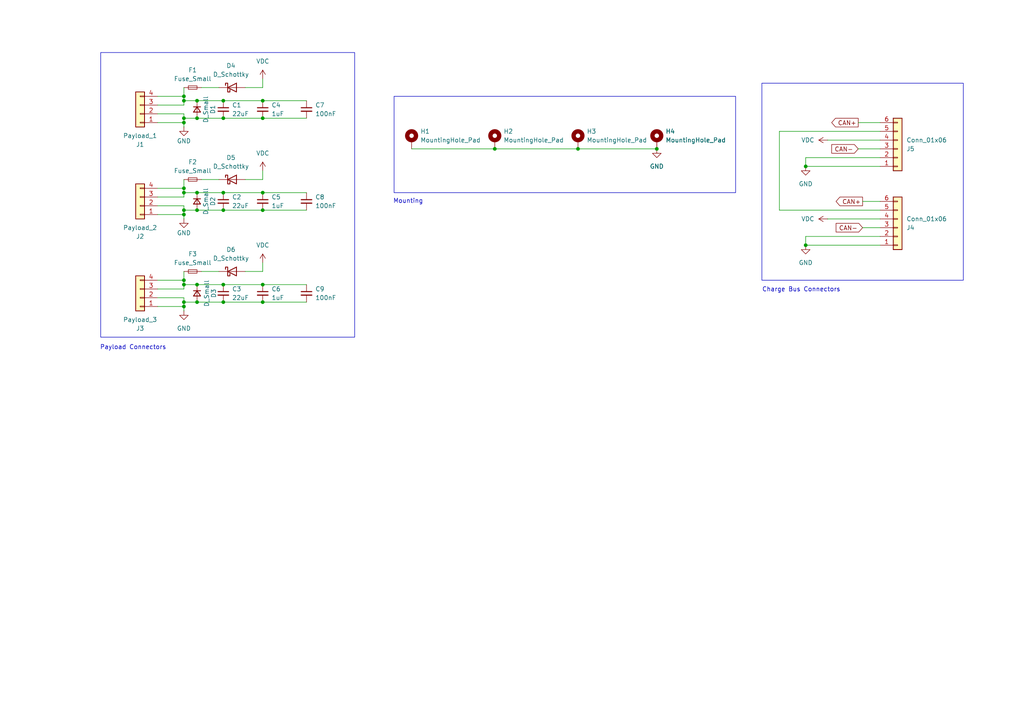
<source format=kicad_sch>
(kicad_sch (version 20231120) (generator "eeschema") (generator_version "8.0")
  (paper "A4")
  (title_block (title "Frodo Power Distribution Board") (date "2024-05-20") (rev "1"))
  (lib_symbols
    (symbol "Connector_Generic:Conn_01x04" (pin_names (offset 1.016) hide)
      (property "Reference" "J" (at 0 5.08 0))
      (property "Value" "Conn_01x04" (at 0 -7.62 0))
      (symbol "Conn_01x04_1_1"
        (rectangle (start -1.27 -4.953) (end 0 -5.207) (stroke (width 0.1524)))
        (rectangle (start -1.27 -2.413) (end 0 -2.667) (stroke (width 0.1524)))
        (rectangle (start -1.27 0.127) (end 0 -0.127) (stroke (width 0.1524)))
        (rectangle (start -1.27 2.667) (end 0 2.413) (stroke (width 0.1524)))
        (rectangle (start -1.27 3.81) (end 1.27 -6.35) (stroke (width 0.254)) (fill (type background)))
        (pin passive line (at -5.08 2.54 0) (length 3.81) (name "Pin_1") (number "1"))
        (pin passive line (at -5.08 0 0) (length 3.81) (name "Pin_2") (number "2"))
        (pin passive line (at -5.08 -2.54 0) (length 3.81) (name "Pin_3") (number "3"))
        (pin passive line (at -5.08 -5.08 0) (length 3.81) (name "Pin_4") (number "4"))
      )
    )
    (symbol "Connector_Generic:Conn_01x06" (pin_names (offset 1.016) hide)
      (property "Reference" "J" (at 0 7.62 0))
      (property "Value" "Conn_01x06" (at 0 -10.16 0))
      (symbol "Conn_01x06_1_1"
        (rectangle (start -1.27 -7.493) (end 0 -7.747) (stroke (width 0.1524)))
        (rectangle (start -1.27 -4.953) (end 0 -5.207) (stroke (width 0.1524)))
        (rectangle (start -1.27 -2.413) (end 0 -2.667) (stroke (width 0.1524)))
        (rectangle (start -1.27 0.127) (end 0 -0.127) (stroke (width 0.1524)))
        (rectangle (start -1.27 2.667) (end 0 2.413) (stroke (width 0.1524)))
        (rectangle (start -1.27 5.207) (end 0 4.953) (stroke (width 0.1524)))
        (rectangle (start -1.27 6.35) (end 1.27 -8.89) (stroke (width 0.254)) (fill (type background)))
        (pin passive line (at -5.08 5.08 0) (length 3.81) (name "Pin_1") (number "1"))
        (pin passive line (at -5.08 2.54 0) (length 3.81) (name "Pin_2") (number "2"))
        (pin passive line (at -5.08 0 0) (length 3.81) (name "Pin_3") (number "3"))
        (pin passive line (at -5.08 -2.54 0) (length 3.81) (name "Pin_4") (number "4"))
        (pin passive line (at -5.08 -5.08 0) (length 3.81) (name "Pin_5") (number "5"))
        (pin passive line (at -5.08 -7.62 0) (length 3.81) (name "Pin_6") (number "6"))
      )
    )
    (symbol "Device:C_Small" (pin_numbers hide) (pin_names (offset 0.254) hide)
      (property "Reference" "C" (at 0.254 1.778 0))
      (property "Value" "C_Small" (at 0.254 -2.032 0))
      (symbol "C_Small_0_1"
        (polyline (pts (xy -1.524 -0.508) (xy 1.524 -0.508)) (stroke (width 0.3302)))
        (polyline (pts (xy -1.524 0.508) (xy 1.524 0.508)) (stroke (width 0.3048)))
      )
      (symbol "C_Small_1_1"
        (pin passive line (at 0 2.54 270) (length 2.032) (name "~") (number "1"))
        (pin passive line (at 0 -2.54 90) (length 2.032) (name "~") (number "2"))
      )
    )
    (symbol "Device:D_Schottky" (pin_numbers hide) (pin_names (offset 1.016) hide)
      (property "Reference" "D" (at 0 2.54 0))
      (property "Value" "D_Schottky" (at 0 -2.54 0))
      (symbol "D_Schottky_0_1"
        (polyline (pts (xy 1.27 0) (xy -1.27 0)))
        (polyline (pts (xy 1.27 1.27) (xy 1.27 -1.27) (xy -1.27 0) (xy 1.27 1.27)) (stroke (width 0.254)))
        (polyline (pts (xy -1.905 0.635) (xy -1.905 1.27) (xy -1.27 1.27) (xy -1.27 -1.27) (xy -0.635 -1.27) (xy -0.635 -0.635)) (stroke (width 0.254)))
      )
      (symbol "D_Schottky_1_1"
        (pin passive line (at -3.81 0 0) (length 2.54) (name "K") (number "1"))
        (pin passive line (at 3.81 0 180) (length 2.54) (name "A") (number "2"))
      )
    )
    (symbol "Device:D_Small" (pin_numbers hide) (pin_names (offset 0.254) hide)
      (property "Reference" "D" (at -1.27 2.032 0))
      (property "Value" "D_Small" (at -3.81 -2.032 0))
      (symbol "D_Small_0_1"
        (polyline (pts (xy -0.762 -1.016) (xy -0.762 1.016)) (stroke (width 0.254)))
        (polyline (pts (xy -0.762 0) (xy 0.762 0)))
        (polyline (pts (xy 0.762 -1.016) (xy -0.762 0) (xy 0.762 1.016) (xy 0.762 -1.016)) (stroke (width 0.254)))
      )
      (symbol "D_Small_1_1"
        (pin passive line (at -2.54 0 0) (length 1.778) (name "K") (number "1"))
        (pin passive line (at 2.54 0 180) (length 1.778) (name "A") (number "2"))
      )
    )
    (symbol "Device:Fuse_Small" (pin_numbers hide) (pin_names (offset 0.254) hide)
      (property "Reference" "F" (at 0 -1.524 0))
      (property "Value" "Fuse_Small" (at 0 1.524 0))
      (symbol "Fuse_Small_0_1"
        (rectangle (start -1.27 0.508) (end 1.27 -0.508))
        (polyline (pts (xy -1.27 0) (xy 1.27 0)))
      )
      (symbol "Fuse_Small_1_1"
        (pin passive line (at -2.54 0 0) (length 1.27) (name "~") (number "1"))
        (pin passive line (at 2.54 0 180) (length 1.27) (name "~") (number "2"))
      )
    )
    (symbol "Mechanical:MountingHole_Pad" (pin_numbers hide) (pin_names (offset 1.016) hide)
      (property "Reference" "H" (at 0 6.35 0))
      (property "Value" "MountingHole_Pad" (at 0 4.445 0))
      (symbol "MountingHole_Pad_0_1"
        (circle (center 0 1.27) (radius 1.27) (stroke (width 1.27)))
      )
      (symbol "MountingHole_Pad_1_1"
        (pin input line (at 0 -2.54 90) (length 2.54) (name "1") (number "1"))
      )
    )
    (symbol "power:+1V0" (power) (pin_numbers hide) (pin_names (offset 0) hide)
      (property "Value" "+1V0" (at 0 3.556 0))
      (symbol "+1V0_0_1"
        (polyline (pts (xy -0.762 1.27) (xy 0 2.54)))
        (polyline (pts (xy 0 0) (xy 0 2.54)))
        (polyline (pts (xy 0 2.54) (xy 0.762 1.27)))
      )
      (symbol "+1V0_1_1"
        (pin power_in line (at 0 0 90) (length 0) (name "~") (number "1"))
      )
    )
    (symbol "power:+3.3V" (power) (pin_numbers hide) (pin_names (offset 0) hide)
      (property "Value" "+3.3V" (at 0 3.556 0))
      (symbol "+3.3V_0_1"
        (polyline (pts (xy -0.762 1.27) (xy 0 2.54)))
        (polyline (pts (xy 0 0) (xy 0 2.54)))
        (polyline (pts (xy 0 2.54) (xy 0.762 1.27)))
      )
      (symbol "+3.3V_1_1"
        (pin power_in line (at 0 0 90) (length 0) (name "~") (number "1"))
      )
    )
    (symbol "power:GND" (power) (pin_numbers hide) (pin_names (offset 0) hide)
      (property "Value" "GND" (at 0 -3.81 0))
      (symbol "GND_0_1"
        (polyline (pts (xy 0 0) (xy 0 -1.27) (xy 1.27 -1.27) (xy 0 -2.54) (xy -1.27 -1.27) (xy 0 -1.27)))
      )
      (symbol "GND_1_1"
        (pin power_in line (at 0 0 270) (length 0) (name "~") (number "1"))
      )
    )
  )
  (junction (at 53.34 60.96))
  (junction (at 53.34 34.29))
  (junction (at 233.68 48.26))
  (junction (at 190.5 43.18))
  (junction (at 64.77 60.96))
  (junction (at 53.34 29.21))
  (junction (at 76.2 29.21))
  (junction (at 233.68 71.12))
  (junction (at 76.2 34.29))
  (junction (at 167.64 43.18))
  (junction (at 143.51 43.18))
  (junction (at 57.15 60.96))
  (junction (at 57.15 87.63))
  (junction (at 76.2 87.63))
  (junction (at 76.2 60.96))
  (junction (at 53.34 35.56))
  (junction (at 53.34 27.94))
  (junction (at 64.77 34.29))
  (junction (at 57.15 29.21))
  (junction (at 53.34 54.61))
  (junction (at 76.2 55.88))
  (junction (at 53.34 81.28))
  (junction (at 57.15 34.29))
  (junction (at 53.34 62.23))
  (junction (at 64.77 87.63))
  (junction (at 57.15 82.55))
  (junction (at 64.77 82.55))
  (junction (at 53.34 55.88))
  (junction (at 53.34 87.63))
  (junction (at 57.15 55.88))
  (junction (at 76.2 82.55))
  (junction (at 64.77 29.21))
  (junction (at 53.34 88.9))
  (junction (at 64.77 55.88))
  (junction (at 53.34 82.55))
  (wire (pts (xy 45.72 57.15) (xy 53.34 57.15)))
  (wire (pts (xy 76.2 29.21) (xy 88.9 29.21)))
  (wire (pts (xy 233.68 48.26) (xy 255.27 48.26)))
  (wire (pts (xy 64.77 82.55) (xy 76.2 82.55)))
  (wire (pts (xy 57.15 55.88) (xy 64.77 55.88)))
  (wire (pts (xy 233.68 45.72) (xy 233.68 48.26)))
  (wire (pts (xy 53.34 59.69) (xy 53.34 60.96)))
  (wire (pts (xy 53.34 29.21) (xy 57.15 29.21)))
  (wire (pts (xy 57.15 87.63) (xy 64.77 87.63)))
  (wire (pts (xy 64.77 60.96) (xy 76.2 60.96)))
  (wire (pts (xy 226.06 60.96) (xy 226.06 38.1)))
  (wire (pts (xy 76.2 25.4) (xy 76.2 22.86)))
  (wire (pts (xy 240.03 40.64) (xy 255.27 40.64)))
  (wire (pts (xy 53.34 83.82) (xy 53.34 82.55)))
  (wire (pts (xy 45.72 30.48) (xy 53.34 30.48)))
  (wire (pts (xy 64.77 29.21) (xy 76.2 29.21)))
  (wire (pts (xy 76.2 87.63) (xy 88.9 87.63)))
  (wire (pts (xy 233.68 68.58) (xy 233.68 71.12)))
  (wire (pts (xy 58.42 78.74) (xy 63.5 78.74)))
  (wire (pts (xy 53.34 34.29) (xy 57.15 34.29)))
  (wire (pts (xy 45.72 59.69) (xy 53.34 59.69)))
  (wire (pts (xy 58.42 52.07) (xy 63.5 52.07)))
  (wire (pts (xy 71.12 78.74) (xy 76.2 78.74)))
  (wire (pts (xy 71.12 25.4) (xy 76.2 25.4)))
  (wire (pts (xy 45.72 81.28) (xy 53.34 81.28)))
  (wire (pts (xy 255.27 45.72) (xy 233.68 45.72)))
  (wire (pts (xy 76.2 60.96) (xy 88.9 60.96)))
  (wire (pts (xy 64.77 34.29) (xy 76.2 34.29)))
  (wire (pts (xy 53.34 90.17) (xy 53.34 88.9)))
  (wire (pts (xy 53.34 55.88) (xy 57.15 55.88)))
  (wire (pts (xy 76.2 34.29) (xy 88.9 34.29)))
  (wire (pts (xy 255.27 68.58) (xy 233.68 68.58)))
  (wire (pts (xy 53.34 55.88) (xy 53.34 57.15)))
  (wire (pts (xy 71.12 52.07) (xy 76.2 52.07)))
  (wire (pts (xy 53.34 54.61) (xy 53.34 55.88)))
  (wire (pts (xy 53.34 35.56) (xy 53.34 36.83)))
  (wire (pts (xy 167.64 43.18) (xy 190.5 43.18)))
  (wire (pts (xy 53.34 33.02) (xy 53.34 34.29)))
  (wire (pts (xy 119.38 43.18) (xy 143.51 43.18)))
  (wire (pts (xy 76.2 55.88) (xy 88.9 55.88)))
  (wire (pts (xy 53.34 82.55) (xy 57.15 82.55)))
  (wire (pts (xy 53.34 52.07) (xy 53.34 54.61)))
  (wire (pts (xy 250.19 58.42) (xy 255.27 58.42)))
  (wire (pts (xy 64.77 87.63) (xy 76.2 87.63)))
  (wire (pts (xy 53.34 25.4) (xy 53.34 27.94)))
  (wire (pts (xy 64.77 55.88) (xy 76.2 55.88)))
  (wire (pts (xy 57.15 34.29) (xy 64.77 34.29)))
  (wire (pts (xy 45.72 33.02) (xy 53.34 33.02)))
  (wire (pts (xy 53.34 60.96) (xy 53.34 62.23)))
  (wire (pts (xy 53.34 87.63) (xy 53.34 88.9)))
  (wire (pts (xy 233.68 71.12) (xy 255.27 71.12)))
  (wire (pts (xy 76.2 82.55) (xy 88.9 82.55)))
  (wire (pts (xy 53.34 81.28) (xy 53.34 82.55)))
  (wire (pts (xy 53.34 87.63) (xy 57.15 87.63)))
  (wire (pts (xy 240.03 63.5) (xy 255.27 63.5)))
  (wire (pts (xy 57.15 29.21) (xy 64.77 29.21)))
  (wire (pts (xy 57.15 82.55) (xy 64.77 82.55)))
  (wire (pts (xy 58.42 25.4) (xy 63.5 25.4)))
  (wire (pts (xy 45.72 88.9) (xy 53.34 88.9)))
  (wire (pts (xy 45.72 62.23) (xy 53.34 62.23)))
  (wire (pts (xy 45.72 35.56) (xy 53.34 35.56)))
  (wire (pts (xy 53.34 30.48) (xy 53.34 29.21)))
  (wire (pts (xy 248.92 43.18) (xy 255.27 43.18)))
  (wire (pts (xy 53.34 60.96) (xy 57.15 60.96)))
  (wire (pts (xy 45.72 83.82) (xy 53.34 83.82)))
  (wire (pts (xy 248.92 35.56) (xy 255.27 35.56)))
  (wire (pts (xy 53.34 34.29) (xy 53.34 35.56)))
  (wire (pts (xy 143.51 43.18) (xy 167.64 43.18)))
  (wire (pts (xy 53.34 78.74) (xy 53.34 81.28)))
  (wire (pts (xy 57.15 60.96) (xy 64.77 60.96)))
  (wire (pts (xy 226.06 38.1) (xy 255.27 38.1)))
  (wire (pts (xy 53.34 29.21) (xy 53.34 27.94)))
  (wire (pts (xy 76.2 78.74) (xy 76.2 76.2)))
  (wire (pts (xy 250.19 66.04) (xy 255.27 66.04)))
  (wire (pts (xy 45.72 27.94) (xy 53.34 27.94)))
  (wire (pts (xy 53.34 62.23) (xy 53.34 63.5)))
  (wire (pts (xy 76.2 52.07) (xy 76.2 49.53)))
  (wire (pts (xy 45.72 54.61) (xy 53.34 54.61)))
  (wire (pts (xy 53.34 86.36) (xy 53.34 87.63)))
  (wire (pts (xy 45.72 86.36) (xy 53.34 86.36)))
  (wire (pts (xy 255.27 60.96) (xy 226.06 60.96)))
  (rectangle (start 114.3 27.94) (end 213.36 55.88))
  (rectangle (start 220.98 24.13) (end 279.4 81.28))
  (rectangle (start 29.21 15.24) (end 102.87 97.79))
  (text "Charge Bus Connectors\n" (at 232.41 84.074 0) (effects (font (size 1.27 1.27))))
  (text "Payload Connectors" (at 38.608 100.838 0) (effects (font (size 1.27 1.27))))
  (text "Mounting " (at 118.872 58.42 0) (effects (font (size 1.27 1.27))))
  (global_label "CAN+" (shape output) (at 248.92 35.56 180) (property "Intersheetrefs" "${INTERSHEET_REFS}" (effects (hide yes))))
  (global_label "CAN-" (shape input) (at 250.19 66.04 180) (property "Intersheetrefs" "${INTERSHEET_REFS}" (effects (hide yes))))
  (global_label "CAN-" (shape input) (at 248.92 43.18 180) (property "Intersheetrefs" "${INTERSHEET_REFS}" (effects (hide yes))))
  (global_label "CAN+" (shape output) (at 250.19 58.42 180) (property "Intersheetrefs" "${INTERSHEET_REFS}" (effects (hide yes))))
  (symbol (lib_id "Mechanical:MountingHole_Pad") (at 190.5 40.64 0) (unit 1)
    (property "Reference" "H4" (at 193.04 38.0999 0) (effects (justify left)))
    (property "Value" "MountingHole_Pad" (at 193.04 40.6399 0) (effects (justify left)))
    (property "Footprint" "MountingHole:MountingHole_3.2mm_M3_Pad_Via" (effects (hide yes)))
    (property "Description" "Mounting Hole with connection" (effects (hide yes)))
  )
  (symbol (lib_id "power:+1V0") (at 240.03 63.5 90) (unit 1)
    (property "Reference" "#PWR010" (effects (hide yes)))
    (property "Value" "VDC" (at 236.22 63.4999 90) (effects (justify left)))
    (property "Description" "Power symbol creates a global label with name \"+1V0\"" (effects (hide yes)))
  )
  (symbol (lib_id "Connector_Generic:Conn_01x06") (at 260.35 66.04 0) (mirror x) (unit 1)
    (property "Reference" "J4" (at 262.89 66.0401 0) (effects (justify left)))
    (property "Value" "Conn_01x06" (at 262.89 63.5001 0) (effects (justify left)))
    (property "Footprint" "Connector_Molex:Molex_Micro-Fit_3.0_43045-0600_2x03_P3.00mm_Horizontal" (effects (hide yes)))
    (property "Description" "Generic connector, single row, 01x06, script generated (kicad-library-utils/schlib/autogen/connector/)" (effects (hide yes)))
  )
  (symbol (lib_id "power:GND") (at 53.34 90.17 0) (unit 1)
    (property "Reference" "#PWR03" (effects (hide yes)))
    (property "Value" "GND" (at 53.34 95.25 0))
    (property "Description" "Power symbol creates a global label with name \"GND\" , ground" (effects (hide yes)))
  )
  (symbol (lib_id "Device:D_Small") (at 57.15 85.09 270) (unit 1)
    (property "Reference" "D3" (at 61.976 85.09 0))
    (property "Value" "D_Small" (at 59.944 85.09 0))
    (property "Footprint" "Diode_SMD:D_SOD-123F" (effects (hide yes)))
    (property "Description" "Diode, small symbol" (effects (hide yes)))
    (property "Sim.Device" "D" (effects (hide yes)))
    (property "Sim.Pins" "1=K 2=A" (effects (hide yes)))
  )
  (symbol (lib_id "power:+3.3V") (at 76.2 76.2 0) (unit 1)
    (property "Reference" "#PWR06" (effects (hide yes)))
    (property "Value" "VDC" (at 76.2 71.12 0))
    (property "Description" "Power symbol creates a global label with name \"+3.3V\"" (effects (hide yes)))
  )
  (symbol (lib_id "Device:C_Small") (at 76.2 85.09 0) (unit 1)
    (property "Reference" "C6" (at 78.74 83.8262 0) (effects (justify left)))
    (property "Value" "1uF" (at 78.74 86.3662 0) (effects (justify left)))
    (property "Footprint" "Capacitor_SMD:C_0805_2012Metric_Pad1.18x1.45mm_HandSolder" (effects (hide yes)))
    (property "Description" "Unpolarized capacitor, small symbol" (effects (hide yes)))
  )
  (symbol (lib_id "Device:D_Schottky") (at 67.31 25.4 0) (unit 1)
    (property "Reference" "D4" (at 66.9925 19.05 0))
    (property "Value" "D_Schottky" (at 66.9925 21.59 0))
    (property "Footprint" "Diode_SMD:D_SMA" (effects (hide yes)))
    (property "Description" "Schottky diode" (effects (hide yes)))
  )
  (symbol (lib_id "Connector_Generic:Conn_01x04") (at 40.64 59.69 180) (unit 1)
    (property "Reference" "J2" (at 40.64 68.58 0))
    (property "Value" "Payload_2" (at 40.64 66.04 0))
    (property "Footprint" "Connector_Molex:Molex_Micro-Fit_3.0_43045-0400_2x02_P3.00mm_Horizontal" (effects (hide yes)))
    (property "Description" "Generic connector, single row, 01x04, script generated (kicad-library-utils/schlib/autogen/connector/)" (effects (hide yes)))
  )
  (symbol (lib_id "Device:D_Small") (at 57.15 58.42 270) (unit 1)
    (property "Reference" "D2" (at 61.722 58.42 0))
    (property "Value" "D_Small" (at 59.69 58.42 0))
    (property "Footprint" "Diode_SMD:D_SOD-123F" (effects (hide yes)))
    (property "Description" "Diode, small symbol" (effects (hide yes)))
    (property "Sim.Device" "D" (effects (hide yes)))
    (property "Sim.Pins" "1=K 2=A" (effects (hide yes)))
  )
  (symbol (lib_id "Device:C_Small") (at 64.77 85.09 0) (unit 1)
    (property "Reference" "C3" (at 67.31 83.8262 0) (effects (justify left)))
    (property "Value" "22uF" (at 67.31 86.3662 0) (effects (justify left)))
    (property "Footprint" "Capacitor_SMD:C_1206_3216Metric_Pad1.33x1.80mm_HandSolder" (effects (hide yes)))
    (property "Description" "Unpolarized capacitor, small symbol" (effects (hide yes)))
  )
  (symbol (lib_id "Device:C_Small") (at 88.9 58.42 0) (unit 1)
    (property "Reference" "C8" (at 91.44 57.1562 0) (effects (justify left)))
    (property "Value" "100nF" (at 91.44 59.6962 0) (effects (justify left)))
    (property "Footprint" "Capacitor_SMD:C_0603_1608Metric_Pad1.08x0.95mm_HandSolder" (effects (hide yes)))
    (property "Description" "Unpolarized capacitor, small symbol" (effects (hide yes)))
  )
  (symbol (lib_id "power:GND") (at 233.68 71.12 0) (unit 1)
    (property "Reference" "#PWR09" (effects (hide yes)))
    (property "Value" "GND" (at 233.68 76.2 0))
    (property "Description" "Power symbol creates a global label with name \"GND\" , ground" (effects (hide yes)))
  )
  (symbol (lib_id "Device:D_Schottky") (at 67.31 52.07 0) (unit 1)
    (property "Reference" "D5" (at 66.9925 45.72 0))
    (property "Value" "D_Schottky" (at 66.9925 48.26 0))
    (property "Footprint" "Diode_SMD:D_SMA" (effects (hide yes)))
    (property "Description" "Schottky diode" (effects (hide yes)))
  )
  (symbol (lib_id "Mechanical:MountingHole_Pad") (at 143.51 40.64 0) (unit 1)
    (property "Reference" "H2" (at 146.05 38.0999 0) (effects (justify left)))
    (property "Value" "MountingHole_Pad" (at 146.05 40.6399 0) (effects (justify left)))
    (property "Footprint" "MountingHole:MountingHole_3.2mm_M3_Pad_Via" (effects (hide yes)))
    (property "Description" "Mounting Hole with connection" (effects (hide yes)))
  )
  (symbol (lib_id "power:GND") (at 53.34 63.5 0) (unit 1)
    (property "Reference" "#PWR02" (effects (hide yes)))
    (property "Value" "GND" (at 53.34 67.564 0))
    (property "Description" "Power symbol creates a global label with name \"GND\" , ground" (effects (hide yes)))
  )
  (symbol (lib_id "power:+3.3V") (at 76.2 22.86 0) (unit 1)
    (property "Reference" "#PWR04" (effects (hide yes)))
    (property "Value" "VDC" (at 76.2 17.78 0))
    (property "Description" "Power symbol creates a global label with name \"+3.3V\"" (effects (hide yes)))
  )
  (symbol (lib_id "Device:Fuse_Small") (at 55.88 52.07 0) (unit 1)
    (property "Reference" "F2" (at 55.88 46.99 0))
    (property "Value" "Fuse_Small" (at 55.88 49.53 0))
    (property "Footprint" "Fuse:Fuse_1206_3216Metric" (effects (hide yes)))
    (property "Description" "Fuse, small symbol" (effects (hide yes)))
  )
  (symbol (lib_id "Device:C_Small") (at 64.77 31.75 0) (unit 1)
    (property "Reference" "C1" (at 67.31 30.4862 0) (effects (justify left)))
    (property "Value" "22uF" (at 67.31 33.0262 0) (effects (justify left)))
    (property "Footprint" "Capacitor_SMD:C_1206_3216Metric_Pad1.33x1.80mm_HandSolder" (effects (hide yes)))
    (property "Description" "Unpolarized capacitor, small symbol" (effects (hide yes)))
  )
  (symbol (lib_id "Mechanical:MountingHole_Pad") (at 119.38 40.64 0) (unit 1)
    (property "Reference" "H1" (at 121.92 38.0999 0) (effects (justify left)))
    (property "Value" "MountingHole_Pad" (at 121.92 40.6399 0) (effects (justify left)))
    (property "Footprint" "MountingHole:MountingHole_3.2mm_M3_Pad_Via" (effects (hide yes)))
    (property "Description" "Mounting Hole with connection" (effects (hide yes)))
  )
  (symbol (lib_id "Mechanical:MountingHole_Pad") (at 167.64 40.64 0) (unit 1)
    (property "Reference" "H3" (at 170.18 38.0999 0) (effects (justify left)))
    (property "Value" "MountingHole_Pad" (at 170.18 40.6399 0) (effects (justify left)))
    (property "Footprint" "MountingHole:MountingHole_3.2mm_M3_Pad_Via" (effects (hide yes)))
    (property "Description" "Mounting Hole with connection" (effects (hide yes)))
  )
  (symbol (lib_id "power:GND") (at 190.5 43.18 0) (unit 1)
    (property "Reference" "#PWR07" (effects (hide yes)))
    (property "Value" "GND" (at 190.5 48.26 0))
    (property "Description" "Power symbol creates a global label with name \"GND\" , ground" (effects (hide yes)))
  )
  (symbol (lib_id "power:+1V0") (at 240.03 40.64 90) (unit 1)
    (property "Reference" "#PWR011" (effects (hide yes)))
    (property "Value" "VDC" (at 236.22 40.6399 90) (effects (justify left)))
    (property "Description" "Power symbol creates a global label with name \"+1V0\"" (effects (hide yes)))
  )
  (symbol (lib_id "power:GND") (at 233.68 48.26 0) (unit 1)
    (property "Reference" "#PWR08" (effects (hide yes)))
    (property "Value" "GND" (at 233.68 53.34 0))
    (property "Description" "Power symbol creates a global label with name \"GND\" , ground" (effects (hide yes)))
  )
  (symbol (lib_id "Device:C_Small") (at 64.77 58.42 0) (unit 1)
    (property "Reference" "C2" (at 67.31 57.1562 0) (effects (justify left)))
    (property "Value" "22uF" (at 67.31 59.6962 0) (effects (justify left)))
    (property "Footprint" "Capacitor_SMD:C_1206_3216Metric_Pad1.33x1.80mm_HandSolder" (effects (hide yes)))
    (property "Description" "Unpolarized capacitor, small symbol" (effects (hide yes)))
  )
  (symbol (lib_id "Device:Fuse_Small") (at 55.88 25.4 0) (unit 1)
    (property "Reference" "F1" (at 55.88 20.32 0))
    (property "Value" "Fuse_Small" (at 55.88 22.86 0))
    (property "Footprint" "Fuse:Fuse_1206_3216Metric" (effects (hide yes)))
    (property "Description" "Fuse, small symbol" (effects (hide yes)))
  )
  (symbol (lib_id "Device:C_Small") (at 76.2 58.42 0) (unit 1)
    (property "Reference" "C5" (at 78.74 57.1562 0) (effects (justify left)))
    (property "Value" "1uF" (at 78.74 59.6962 0) (effects (justify left)))
    (property "Footprint" "Capacitor_SMD:C_0805_2012Metric_Pad1.18x1.45mm_HandSolder" (effects (hide yes)))
    (property "Description" "Unpolarized capacitor, small symbol" (effects (hide yes)))
  )
  (symbol (lib_id "Device:D_Small") (at 57.15 31.75 270) (unit 1)
    (property "Reference" "D1" (at 61.722 31.75 0))
    (property "Value" "D_Small" (at 59.69 31.75 0))
    (property "Footprint" "Diode_SMD:D_SOD-123F" (effects (hide yes)))
    (property "Description" "Diode, small symbol" (effects (hide yes)))
    (property "Sim.Device" "D" (effects (hide yes)))
    (property "Sim.Pins" "1=K 2=A" (effects (hide yes)))
  )
  (symbol (lib_id "Device:D_Schottky") (at 67.31 78.74 0) (unit 1)
    (property "Reference" "D6" (at 66.9925 72.39 0))
    (property "Value" "D_Schottky" (at 66.9925 74.93 0))
    (property "Footprint" "Diode_SMD:D_SMA" (effects (hide yes)))
    (property "Description" "Schottky diode" (effects (hide yes)))
  )
  (symbol (lib_id "power:+3.3V") (at 76.2 49.53 0) (unit 1)
    (property "Reference" "#PWR05" (effects (hide yes)))
    (property "Value" "VDC" (at 76.2 44.45 0))
    (property "Description" "Power symbol creates a global label with name \"+3.3V\"" (effects (hide yes)))
  )
  (symbol (lib_id "power:GND") (at 53.34 36.83 0) (unit 1)
    (property "Reference" "#PWR01" (effects (hide yes)))
    (property "Value" "GND" (at 53.34 40.894 0))
    (property "Description" "Power symbol creates a global label with name \"GND\" , ground" (effects (hide yes)))
  )
  (symbol (lib_id "Device:Fuse_Small") (at 55.88 78.74 0) (unit 1)
    (property "Reference" "F3" (at 55.88 73.66 0))
    (property "Value" "Fuse_Small" (at 55.88 76.2 0))
    (property "Footprint" "Fuse:Fuse_1206_3216Metric" (effects (hide yes)))
    (property "Description" "Fuse, small symbol" (effects (hide yes)))
  )
  (symbol (lib_id "Connector_Generic:Conn_01x04") (at 40.64 33.02 180) (unit 1)
    (property "Reference" "J1" (at 40.64 41.91 0))
    (property "Value" "Payload_1" (at 40.64 39.37 0))
    (property "Footprint" "Connector_Molex:Molex_Micro-Fit_3.0_43045-0400_2x02_P3.00mm_Horizontal" (effects (hide yes)))
    (property "Description" "Generic connector, single row, 01x04, script generated (kicad-library-utils/schlib/autogen/connector/)" (effects (hide yes)))
  )
  (symbol (lib_id "Connector_Generic:Conn_01x06") (at 260.35 43.18 0) (mirror x) (unit 1)
    (property "Reference" "J5" (at 262.89 43.1801 0) (effects (justify left)))
    (property "Value" "Conn_01x06" (at 262.89 40.6401 0) (effects (justify left)))
    (property "Footprint" "Connector_Molex:Molex_Micro-Fit_3.0_43045-0600_2x03_P3.00mm_Horizontal" (effects (hide yes)))
    (property "Description" "Generic connector, single row, 01x06, script generated (kicad-library-utils/schlib/autogen/connector/)" (effects (hide yes)))
  )
  (symbol (lib_id "Device:C_Small") (at 76.2 31.75 0) (unit 1)
    (property "Reference" "C4" (at 78.74 30.4862 0) (effects (justify left)))
    (property "Value" "1uF" (at 78.74 33.0262 0) (effects (justify left)))
    (property "Footprint" "Capacitor_SMD:C_0805_2012Metric_Pad1.18x1.45mm_HandSolder" (effects (hide yes)))
    (property "Description" "Unpolarized capacitor, small symbol" (effects (hide yes)))
  )
  (symbol (lib_id "Device:C_Small") (at 88.9 85.09 0) (unit 1)
    (property "Reference" "C9" (at 91.44 83.8262 0) (effects (justify left)))
    (property "Value" "100nF" (at 91.44 86.3662 0) (effects (justify left)))
    (property "Footprint" "Capacitor_SMD:C_0603_1608Metric_Pad1.08x0.95mm_HandSolder" (effects (hide yes)))
    (property "Description" "Unpolarized capacitor, small symbol" (effects (hide yes)))
  )
  (symbol (lib_id "Device:C_Small") (at 88.9 31.75 0) (unit 1)
    (property "Reference" "C7" (at 91.44 30.4862 0) (effects (justify left)))
    (property "Value" "100nF" (at 91.44 33.0262 0) (effects (justify left)))
    (property "Footprint" "Capacitor_SMD:C_0603_1608Metric_Pad1.08x0.95mm_HandSolder" (effects (hide yes)))
    (property "Description" "Unpolarized capacitor, small symbol" (effects (hide yes)))
  )
  (symbol (lib_id "Connector_Generic:Conn_01x04") (at 40.64 86.36 180) (unit 1)
    (property "Reference" "J3" (at 40.64 95.25 0))
    (property "Value" "Payload_3" (at 40.64 92.71 0))
    (property "Footprint" "Connector_Molex:Molex_Micro-Fit_3.0_43045-0400_2x02_P3.00mm_Horizontal" (effects (hide yes)))
    (property "Description" "Generic connector, single row, 01x04, script generated (kicad-library-utils/schlib/autogen/connector/)" (effects (hide yes)))
  )
)
</source>
